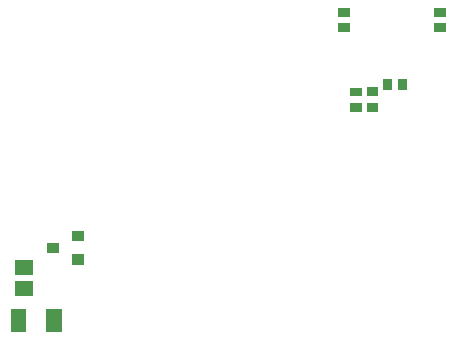
<source format=gbr>
G04 start of page 9 for group -4014 idx -4014 *
G04 Title: (unknown), bottompaste *
G04 Creator: pcb 20091103 *
G04 CreationDate: Sun 20 Feb 2011 16:36:46 GMT UTC *
G04 For: thomas *
G04 Format: Gerber/RS-274X *
G04 PCB-Dimensions: 240157 142913 *
G04 PCB-Coordinate-Origin: lower left *
%MOIN*%
%FSLAX25Y25*%
%LNBACKPASTE*%
%ADD23R,0.0512X0.0512*%
%ADD24R,0.0295X0.0295*%
%ADD31R,0.0340X0.0340*%
G54D24*X144500Y107397D02*Y106413D01*
X149618Y107397D02*Y106413D01*
X129516Y130913D02*X130500D01*
X129516Y125795D02*X130500D01*
X161532Y130913D02*X162516D01*
X161532Y125795D02*X162516D01*
X133484Y99295D02*X134468D01*
X133484Y104413D02*X134468D01*
G54D23*X21504Y29381D02*Y27019D01*
X33314Y29381D02*Y27019D01*
G54D24*X139008Y99354D02*X139992D01*
X139008Y104472D02*X139992D01*
G54D23*X23000Y45999D02*X23786D01*
X23000Y38913D02*X23786D01*
G54D31*X41000Y56413D02*X41600D01*
X41000Y48613D02*X41600D01*
X32800Y52513D02*X33400D01*
M02*

</source>
